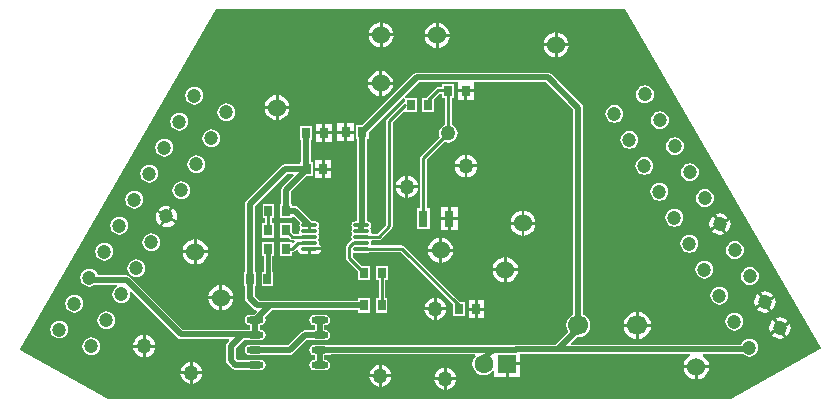
<source format=gtl>
%FSLAX44Y44*%
%MOMM*%
G71*
G01*
G75*
G04 Layer_Physical_Order=1*
G04 Layer_Color=255*
%ADD10R,0.7000X0.9000*%
%ADD11R,0.8000X1.4000*%
%ADD12O,1.4000X0.3500*%
%ADD13R,0.8000X0.9000*%
%ADD14O,1.4500X0.6000*%
%ADD15C,0.5000*%
%ADD16C,0.2540*%
%ADD17C,0.2500*%
%ADD18C,0.4000*%
%ADD19C,1.5240*%
%ADD20C,1.6000*%
%ADD21R,1.6000X1.6000*%
%ADD22C,1.7000*%
%ADD23C,1.2000*%
%ADD24C,1.2700*%
G36*
X712700Y68557D02*
X712362Y67333D01*
X636507Y25000D01*
X109800D01*
X35231Y66616D01*
X34894Y67840D01*
X200728Y355300D01*
X547133D01*
X712700Y68557D01*
D02*
G37*
%LPC*%
G36*
X206250Y121547D02*
Y112250D01*
X215547D01*
X215347Y113772D01*
X214277Y116356D01*
X212574Y118574D01*
X210356Y120277D01*
X207772Y121347D01*
X206250Y121547D01*
D02*
G37*
G36*
X249976Y158146D02*
X239976D01*
Y146146D01*
X241407D01*
Y133000D01*
X239362D01*
Y121000D01*
X249362D01*
Y133000D01*
X248545D01*
Y146146D01*
X249976D01*
Y158146D01*
D02*
G37*
G36*
X665541Y116368D02*
X663192Y116059D01*
X662167Y115634D01*
X665999Y108998D01*
X672635Y112830D01*
X671960Y113709D01*
X670080Y115152D01*
X667891Y116059D01*
X665541Y116368D01*
D02*
G37*
G36*
X203750Y121547D02*
X202228Y121347D01*
X199644Y120277D01*
X197426Y118574D01*
X195723Y116356D01*
X194653Y113772D01*
X194453Y112250D01*
X203750D01*
Y121547D01*
D02*
G37*
G36*
X652841Y136852D02*
X650883Y136594D01*
X649059Y135839D01*
X647492Y134637D01*
X646290Y133070D01*
X645534Y131245D01*
X645277Y129288D01*
X645534Y127330D01*
X646290Y125505D01*
X647492Y123939D01*
X649059Y122736D01*
X650883Y121981D01*
X652841Y121723D01*
X654799Y121981D01*
X656624Y122736D01*
X658190Y123939D01*
X659393Y125505D01*
X660148Y127330D01*
X660406Y129288D01*
X660148Y131245D01*
X659393Y133070D01*
X658190Y134637D01*
X656624Y135839D01*
X654799Y136594D01*
X652841Y136852D01*
D02*
G37*
G36*
X614304Y142200D02*
X612346Y141942D01*
X610522Y141187D01*
X608955Y139985D01*
X607753Y138418D01*
X606997Y136593D01*
X606740Y134635D01*
X606997Y132678D01*
X607753Y130853D01*
X608955Y129286D01*
X610522Y128084D01*
X612346Y127329D01*
X614304Y127071D01*
X616262Y127329D01*
X618087Y128084D01*
X619653Y129286D01*
X620856Y130853D01*
X621611Y132678D01*
X621869Y134635D01*
X621611Y136593D01*
X620856Y138418D01*
X619653Y139985D01*
X618087Y141187D01*
X616262Y141942D01*
X614304Y142200D01*
D02*
G37*
G36*
X133456Y143413D02*
X131498Y143155D01*
X129673Y142399D01*
X128107Y141197D01*
X126904Y139630D01*
X126149Y137806D01*
X125891Y135848D01*
X126149Y133890D01*
X126904Y132066D01*
X128107Y130499D01*
X129673Y129297D01*
X131498Y128541D01*
X133456Y128283D01*
X135414Y128541D01*
X137238Y129297D01*
X138805Y130499D01*
X140007Y132066D01*
X140763Y133890D01*
X141020Y135848D01*
X140763Y137806D01*
X140007Y139630D01*
X138805Y141197D01*
X137238Y142399D01*
X135414Y143155D01*
X133456Y143413D01*
D02*
G37*
G36*
X444520Y133370D02*
X435223D01*
X435423Y131848D01*
X436493Y129264D01*
X438196Y127046D01*
X440414Y125343D01*
X442998Y124273D01*
X444520Y124073D01*
Y133370D01*
D02*
G37*
G36*
X456317D02*
X447020D01*
Y124073D01*
X448542Y124273D01*
X451126Y125343D01*
X453344Y127046D01*
X455047Y129264D01*
X456117Y131848D01*
X456317Y133370D01*
D02*
G37*
G36*
X627004Y120203D02*
X625047Y119945D01*
X623222Y119190D01*
X621655Y117987D01*
X620453Y116421D01*
X619697Y114596D01*
X619440Y112639D01*
X619697Y110681D01*
X620453Y108856D01*
X621655Y107289D01*
X623222Y106087D01*
X625047Y105331D01*
X627004Y105074D01*
X628962Y105331D01*
X630787Y106087D01*
X632353Y107289D01*
X633556Y108856D01*
X634311Y110681D01*
X634569Y112638D01*
X634311Y114596D01*
X633556Y116421D01*
X632353Y117987D01*
X630787Y119190D01*
X628962Y119945D01*
X627004Y120203D01*
D02*
G37*
G36*
X203750Y109750D02*
X194453D01*
X194653Y108228D01*
X195723Y105644D01*
X197426Y103426D01*
X199644Y101723D01*
X202228Y100653D01*
X203750Y100453D01*
Y109750D01*
D02*
G37*
G36*
X215547D02*
X206250D01*
Y100453D01*
X207772Y100653D01*
X210356Y101723D01*
X212574Y103426D01*
X214277Y105644D01*
X215347Y108228D01*
X215547Y109750D01*
D02*
G37*
G36*
X80769Y113556D02*
X78811Y113298D01*
X76986Y112543D01*
X75420Y111340D01*
X74218Y109774D01*
X73462Y107949D01*
X73204Y105991D01*
X73462Y104033D01*
X74217Y102209D01*
X75420Y100642D01*
X76986Y99440D01*
X78811Y98685D01*
X80769Y98427D01*
X82727Y98685D01*
X84551Y99440D01*
X86118Y100642D01*
X87320Y102209D01*
X88076Y104033D01*
X88333Y105991D01*
X88076Y107949D01*
X87320Y109774D01*
X86118Y111341D01*
X84551Y112543D01*
X82727Y113298D01*
X80769Y113556D01*
D02*
G37*
G36*
X673885Y110665D02*
X667249Y106833D01*
X671080Y100197D01*
X671960Y100872D01*
X673403Y102752D01*
X674310Y104941D01*
X674619Y107290D01*
X674310Y109640D01*
X673885Y110665D01*
D02*
G37*
G36*
X420016Y108846D02*
X414766D01*
Y102596D01*
X420016D01*
Y108846D01*
D02*
G37*
G36*
X387838Y110866D02*
Y102850D01*
X395854D01*
X395697Y104041D01*
X394755Y106315D01*
X393256Y108268D01*
X391303Y109767D01*
X389029Y110709D01*
X387838Y110866D01*
D02*
G37*
G36*
X660002Y114384D02*
X659122Y113709D01*
X657680Y111829D01*
X656773Y109640D01*
X656464Y107290D01*
X656773Y104941D01*
X657197Y103917D01*
X663834Y107748D01*
X660002Y114384D01*
D02*
G37*
G36*
X427766Y108846D02*
X422516D01*
Y102596D01*
X427766D01*
Y108846D01*
D02*
G37*
G36*
X385338Y110866D02*
X384147Y110709D01*
X381873Y109767D01*
X379920Y108268D01*
X378421Y106315D01*
X377479Y104041D01*
X377322Y102850D01*
X385338D01*
Y110866D01*
D02*
G37*
G36*
X184638Y160407D02*
Y151110D01*
X193935D01*
X193735Y152632D01*
X192665Y155216D01*
X190962Y157434D01*
X188744Y159137D01*
X186160Y160207D01*
X184638Y160407D01*
D02*
G37*
G36*
X389656Y161677D02*
X388134Y161477D01*
X385550Y160407D01*
X383332Y158704D01*
X381629Y156486D01*
X380559Y153902D01*
X380359Y152380D01*
X389656D01*
Y161677D01*
D02*
G37*
G36*
X146156Y165410D02*
X144198Y165152D01*
X142373Y164396D01*
X140807Y163194D01*
X139604Y161627D01*
X138849Y159803D01*
X138591Y157845D01*
X138849Y155887D01*
X139604Y154063D01*
X140807Y152496D01*
X142373Y151294D01*
X144198Y150538D01*
X146156Y150280D01*
X148113Y150538D01*
X149938Y151294D01*
X151505Y152496D01*
X152707Y154063D01*
X153463Y155887D01*
X153720Y157845D01*
X153463Y159803D01*
X152707Y161627D01*
X151505Y163194D01*
X149938Y164396D01*
X148113Y165152D01*
X146156Y165410D01*
D02*
G37*
G36*
X182138Y160407D02*
X180616Y160207D01*
X178032Y159137D01*
X175814Y157434D01*
X174111Y155216D01*
X173041Y152632D01*
X172841Y151110D01*
X182138D01*
Y160407D01*
D02*
G37*
G36*
X392156Y161677D02*
Y152380D01*
X401453D01*
X401253Y153902D01*
X400183Y156486D01*
X398480Y158704D01*
X396262Y160407D01*
X393678Y161477D01*
X392156Y161677D01*
D02*
G37*
G36*
X471303Y172740D02*
X462006D01*
Y163443D01*
X463528Y163643D01*
X466112Y164713D01*
X468330Y166416D01*
X470033Y168634D01*
X471103Y171218D01*
X471303Y172740D01*
D02*
G37*
G36*
X626984Y171574D02*
X620347Y167743D01*
X621022Y166863D01*
X622902Y165420D01*
X625092Y164513D01*
X627441Y164204D01*
X629791Y164513D01*
X630815Y164938D01*
X626984Y171574D01*
D02*
G37*
G36*
X250230Y190404D02*
X240230D01*
Y178404D01*
X242406D01*
Y173894D01*
X240096D01*
Y161894D01*
X250096D01*
Y173894D01*
X248054D01*
Y178404D01*
X250230D01*
Y190404D01*
D02*
G37*
G36*
X459506Y172740D02*
X450209D01*
X450409Y171218D01*
X451479Y168634D01*
X453182Y166416D01*
X455400Y164713D01*
X457984Y163643D01*
X459506Y163443D01*
Y172740D01*
D02*
G37*
G36*
X601604Y164197D02*
X599646Y163939D01*
X597822Y163184D01*
X596255Y161982D01*
X595053Y160415D01*
X594297Y158590D01*
X594040Y156632D01*
X594297Y154675D01*
X595053Y152850D01*
X596255Y151284D01*
X597822Y150081D01*
X599646Y149326D01*
X601604Y149068D01*
X603562Y149326D01*
X605387Y150081D01*
X606953Y151284D01*
X608156Y152850D01*
X608911Y154675D01*
X609169Y156632D01*
X608911Y158590D01*
X608156Y160415D01*
X606953Y161982D01*
X605387Y163184D01*
X603562Y163939D01*
X601604Y164197D01*
D02*
G37*
G36*
X182138Y148610D02*
X172841D01*
X173041Y147088D01*
X174111Y144504D01*
X175814Y142286D01*
X178032Y140583D01*
X180616Y139513D01*
X182138Y139313D01*
Y148610D01*
D02*
G37*
G36*
X193935D02*
X184638D01*
Y139313D01*
X186160Y139513D01*
X188744Y140583D01*
X190962Y142286D01*
X192665Y144504D01*
X193735Y147088D01*
X193935Y148610D01*
D02*
G37*
G36*
X444520Y145167D02*
X442998Y144967D01*
X440414Y143897D01*
X438196Y142194D01*
X436493Y139976D01*
X435423Y137392D01*
X435223Y135870D01*
X444520D01*
Y145167D01*
D02*
G37*
G36*
X447020D02*
Y135870D01*
X456317D01*
X456117Y137392D01*
X455047Y139976D01*
X453344Y142194D01*
X451126Y143897D01*
X448542Y144967D01*
X447020Y145167D01*
D02*
G37*
G36*
X389656Y149880D02*
X380359D01*
X380559Y148358D01*
X381629Y145774D01*
X383332Y143556D01*
X385550Y141853D01*
X388134Y140783D01*
X389656Y140583D01*
Y149880D01*
D02*
G37*
G36*
X640141Y158849D02*
X638184Y158591D01*
X636359Y157836D01*
X634792Y156634D01*
X633590Y155067D01*
X632834Y153243D01*
X632577Y151285D01*
X632834Y149327D01*
X633590Y147502D01*
X634792Y145935D01*
X636359Y144733D01*
X638184Y143978D01*
X640141Y143720D01*
X642099Y143978D01*
X643924Y144733D01*
X645490Y145935D01*
X646693Y147502D01*
X647448Y149327D01*
X647706Y151285D01*
X647448Y153243D01*
X646693Y155067D01*
X645490Y156634D01*
X643924Y157836D01*
X642099Y158591D01*
X640141Y158849D01*
D02*
G37*
G36*
X289704Y151164D02*
X281110D01*
Y147571D01*
X285110D01*
X286963Y147940D01*
X288535Y148989D01*
X289584Y150561D01*
X289704Y151164D01*
D02*
G37*
G36*
X401453Y149880D02*
X392156D01*
Y140583D01*
X393678Y140783D01*
X396262Y141853D01*
X398480Y143556D01*
X400183Y145774D01*
X401253Y148358D01*
X401453Y149880D01*
D02*
G37*
G36*
X106169Y157550D02*
X104211Y157292D01*
X102386Y156537D01*
X100820Y155335D01*
X99618Y153768D01*
X98862Y151943D01*
X98604Y149986D01*
X98862Y148028D01*
X99617Y146203D01*
X100820Y144636D01*
X102386Y143434D01*
X104211Y142678D01*
X106169Y142421D01*
X108127Y142678D01*
X109951Y143434D01*
X111518Y144636D01*
X112720Y146203D01*
X113476Y148028D01*
X113733Y149986D01*
X113476Y151943D01*
X112720Y153768D01*
X111518Y155335D01*
X109951Y156537D01*
X108127Y157292D01*
X106169Y157550D01*
D02*
G37*
G36*
X346364Y137934D02*
X336364D01*
Y125934D01*
X338540D01*
Y110394D01*
X336002D01*
Y98394D01*
X346002D01*
Y110394D01*
X344188D01*
Y125934D01*
X346364D01*
Y137934D01*
D02*
G37*
G36*
X341250Y54266D02*
Y46250D01*
X349266D01*
X349109Y47441D01*
X348167Y49715D01*
X346669Y51669D01*
X344715Y53167D01*
X342441Y54109D01*
X341250Y54266D01*
D02*
G37*
G36*
X178750Y56766D02*
X177559Y56609D01*
X175285Y55667D01*
X173332Y54169D01*
X171833Y52215D01*
X170891Y49941D01*
X170734Y48750D01*
X178750D01*
Y56766D01*
D02*
G37*
G36*
X458500Y53750D02*
X448750D01*
Y44000D01*
X458500D01*
Y53750D01*
D02*
G37*
G36*
X338750Y54266D02*
X337559Y54109D01*
X335285Y53167D01*
X333331Y51669D01*
X331833Y49715D01*
X330891Y47441D01*
X330734Y46250D01*
X338750D01*
Y54266D01*
D02*
G37*
G36*
X181250Y56766D02*
Y48750D01*
X189266D01*
X189109Y49941D01*
X188167Y52215D01*
X186668Y54169D01*
X184715Y55667D01*
X182441Y56609D01*
X181250Y56766D01*
D02*
G37*
G36*
X95356Y77421D02*
X93398Y77164D01*
X91573Y76408D01*
X90007Y75206D01*
X88804Y73639D01*
X88049Y71815D01*
X87791Y69857D01*
X88049Y67899D01*
X88804Y66074D01*
X90007Y64508D01*
X91573Y63306D01*
X93398Y62550D01*
X95356Y62292D01*
X97313Y62550D01*
X99138Y63306D01*
X100705Y64508D01*
X101907Y66074D01*
X102663Y67899D01*
X102920Y69857D01*
X102663Y71815D01*
X101907Y73639D01*
X100705Y75206D01*
X99138Y76408D01*
X97313Y77164D01*
X95356Y77421D01*
D02*
G37*
G36*
X138750Y79266D02*
X137559Y79109D01*
X135285Y78167D01*
X133331Y76669D01*
X131833Y74715D01*
X130891Y72441D01*
X130734Y71250D01*
X138750D01*
Y79266D01*
D02*
G37*
G36*
Y68750D02*
X130734D01*
X130891Y67559D01*
X131833Y65285D01*
X133331Y63331D01*
X135285Y61833D01*
X137559Y60891D01*
X138750Y60734D01*
Y68750D01*
D02*
G37*
G36*
X149266D02*
X141250D01*
Y60734D01*
X142441Y60891D01*
X144715Y61833D01*
X146669Y63331D01*
X148167Y65285D01*
X149109Y67559D01*
X149266Y68750D01*
D02*
G37*
G36*
X396250Y51766D02*
Y43750D01*
X404266D01*
X404109Y44941D01*
X403167Y47215D01*
X401669Y49169D01*
X399715Y50667D01*
X397441Y51609D01*
X396250Y51766D01*
D02*
G37*
G36*
X338750Y43750D02*
X330734D01*
X330891Y42559D01*
X331833Y40285D01*
X333331Y38331D01*
X335285Y36833D01*
X337559Y35891D01*
X338750Y35734D01*
Y43750D01*
D02*
G37*
G36*
X349266D02*
X341250D01*
Y35734D01*
X342441Y35891D01*
X344715Y36833D01*
X346669Y38331D01*
X348167Y40285D01*
X349109Y42559D01*
X349266Y43750D01*
D02*
G37*
G36*
X393750Y41250D02*
X385734D01*
X385891Y40059D01*
X386833Y37785D01*
X388331Y35831D01*
X390285Y34333D01*
X392559Y33391D01*
X393750Y33234D01*
Y41250D01*
D02*
G37*
G36*
X404266D02*
X396250D01*
Y33234D01*
X397441Y33391D01*
X399715Y34333D01*
X401669Y35831D01*
X403167Y37785D01*
X404109Y40059D01*
X404266Y41250D01*
D02*
G37*
G36*
X178750Y46250D02*
X170734D01*
X170891Y45059D01*
X171833Y42785D01*
X173332Y40831D01*
X175285Y39333D01*
X177559Y38391D01*
X178750Y38234D01*
Y46250D01*
D02*
G37*
G36*
X618047Y51250D02*
X608750D01*
Y41953D01*
X610272Y42153D01*
X612856Y43223D01*
X615074Y44926D01*
X616777Y47144D01*
X617847Y49728D01*
X618047Y51250D01*
D02*
G37*
G36*
X393750Y51766D02*
X392559Y51609D01*
X390285Y50667D01*
X388331Y49169D01*
X386833Y47215D01*
X385891Y44941D01*
X385734Y43750D01*
X393750D01*
Y51766D01*
D02*
G37*
G36*
X189266Y46250D02*
X181250D01*
Y38234D01*
X182441Y38391D01*
X184715Y39333D01*
X186668Y40831D01*
X188167Y42785D01*
X189109Y45059D01*
X189266Y46250D01*
D02*
G37*
G36*
X606250Y51250D02*
X596953D01*
X597153Y49728D01*
X598223Y47144D01*
X599926Y44926D01*
X602144Y43223D01*
X604728Y42153D01*
X606250Y41953D01*
Y51250D01*
D02*
G37*
G36*
X556250Y98935D02*
X554498Y98704D01*
X551700Y97545D01*
X549298Y95702D01*
X547455Y93300D01*
X546296Y90502D01*
X546065Y88750D01*
X556250D01*
Y98935D01*
D02*
G37*
G36*
X558750D02*
Y88750D01*
X568935D01*
X568704Y90502D01*
X567545Y93300D01*
X565702Y95702D01*
X563300Y97545D01*
X560502Y98704D01*
X558750Y98935D01*
D02*
G37*
G36*
X108056Y99418D02*
X106098Y99161D01*
X104273Y98405D01*
X102707Y97203D01*
X101504Y95636D01*
X100749Y93812D01*
X100491Y91854D01*
X100749Y89896D01*
X101504Y88071D01*
X102707Y86505D01*
X104273Y85303D01*
X106098Y84547D01*
X108056Y84289D01*
X110014Y84547D01*
X111838Y85303D01*
X113405Y86505D01*
X114607Y88071D01*
X115363Y89896D01*
X115620Y91854D01*
X115363Y93812D01*
X114607Y95636D01*
X113405Y97203D01*
X111838Y98405D01*
X110014Y99161D01*
X108056Y99418D01*
D02*
G37*
G36*
X678241Y94371D02*
X675892Y94062D01*
X674867Y93637D01*
X678699Y87001D01*
X685335Y90833D01*
X684660Y91712D01*
X682780Y93155D01*
X680591Y94062D01*
X678241Y94371D01*
D02*
G37*
G36*
X385338Y100350D02*
X377322D01*
X377479Y99159D01*
X378421Y96885D01*
X379920Y94931D01*
X381873Y93433D01*
X384147Y92491D01*
X385338Y92334D01*
Y100350D01*
D02*
G37*
G36*
X427766Y100096D02*
X422516D01*
Y93846D01*
X427766D01*
Y100096D01*
D02*
G37*
G36*
X665084Y105583D02*
X658447Y101751D01*
X659122Y100872D01*
X661003Y99429D01*
X663192Y98522D01*
X665541Y98213D01*
X667891Y98522D01*
X668915Y98947D01*
X665084Y105583D01*
D02*
G37*
G36*
X395854Y100350D02*
X387838D01*
Y92334D01*
X389029Y92491D01*
X391303Y93433D01*
X393256Y94931D01*
X394755Y96885D01*
X395697Y99159D01*
X395854Y100350D01*
D02*
G37*
G36*
X420016Y100096D02*
X414766D01*
Y93846D01*
X420016D01*
Y100096D01*
D02*
G37*
G36*
X292750Y96638D02*
X284250D01*
X282494Y96289D01*
X281006Y95294D01*
X280011Y93806D01*
X279662Y92050D01*
X280011Y90294D01*
X281006Y88806D01*
X282494Y87811D01*
X284250Y87462D01*
X284422D01*
Y83938D01*
X284250D01*
X282494Y83589D01*
X282254Y83428D01*
X276100D01*
X276100Y83428D01*
X274798Y83169D01*
X274539Y83118D01*
X273216Y82234D01*
X273216Y82234D01*
X261711Y70728D01*
X240246D01*
X240006Y70889D01*
X238250Y71238D01*
X229750D01*
X227994Y70889D01*
X226506Y69894D01*
X225511Y68406D01*
X225162Y66650D01*
X225511Y64894D01*
X226506Y63406D01*
X227994Y62411D01*
X229750Y62062D01*
X238250D01*
X240006Y62411D01*
X240246Y62572D01*
X263400D01*
X263400Y62572D01*
X264702Y62831D01*
X264961Y62882D01*
X266284Y63766D01*
X277789Y75272D01*
X282254D01*
X282494Y75111D01*
X284250Y74762D01*
X292750D01*
X294506Y75111D01*
X295994Y76106D01*
X296989Y77594D01*
X297338Y79350D01*
X296989Y81106D01*
X295994Y82594D01*
X294506Y83589D01*
X292750Y83938D01*
X292578D01*
Y87462D01*
X292750D01*
X294506Y87811D01*
X295994Y88806D01*
X296989Y90294D01*
X297338Y92050D01*
X296989Y93806D01*
X295994Y95294D01*
X294506Y96289D01*
X292750Y96638D01*
D02*
G37*
G36*
X568935Y86250D02*
X558750D01*
Y76065D01*
X560502Y76296D01*
X563300Y77455D01*
X565702Y79298D01*
X567545Y81700D01*
X568704Y84498D01*
X568935Y86250D01*
D02*
G37*
G36*
X677784Y83586D02*
X671147Y79754D01*
X671823Y78875D01*
X673703Y77432D01*
X675892Y76525D01*
X678241Y76216D01*
X680591Y76525D01*
X681615Y76950D01*
X677784Y83586D01*
D02*
G37*
G36*
X141250Y79266D02*
Y71250D01*
X149266D01*
X149109Y72441D01*
X148167Y74715D01*
X146669Y76669D01*
X144715Y78167D01*
X142441Y79109D01*
X141250Y79266D01*
D02*
G37*
G36*
X556250Y86250D02*
X546065D01*
X546296Y84498D01*
X547455Y81700D01*
X549298Y79298D01*
X551700Y77455D01*
X554498Y76296D01*
X556250Y76065D01*
Y86250D01*
D02*
G37*
G36*
X68069Y91559D02*
X66111Y91301D01*
X64286Y90546D01*
X62720Y89343D01*
X61518Y87777D01*
X60762Y85952D01*
X60504Y83994D01*
X60762Y82037D01*
X61517Y80212D01*
X62720Y78645D01*
X64286Y77443D01*
X66111Y76687D01*
X68069Y76430D01*
X70027Y76687D01*
X71851Y77443D01*
X73418Y78645D01*
X74620Y80212D01*
X75376Y82036D01*
X75633Y83994D01*
X75376Y85952D01*
X74620Y87777D01*
X73418Y89343D01*
X71851Y90546D01*
X70027Y91301D01*
X68069Y91559D01*
D02*
G37*
G36*
X672702Y92387D02*
X671823Y91712D01*
X670380Y89832D01*
X669473Y87643D01*
X669164Y85294D01*
X669473Y82944D01*
X669897Y81919D01*
X676534Y85751D01*
X672702Y92387D01*
D02*
G37*
G36*
X639704Y98206D02*
X637747Y97948D01*
X635922Y97193D01*
X634355Y95990D01*
X633153Y94424D01*
X632397Y92599D01*
X632140Y90641D01*
X632397Y88684D01*
X633153Y86859D01*
X634355Y85292D01*
X635922Y84090D01*
X637747Y83335D01*
X639704Y83077D01*
X641662Y83335D01*
X643487Y84090D01*
X645053Y85292D01*
X646256Y86859D01*
X647011Y88684D01*
X647269Y90641D01*
X647011Y92599D01*
X646256Y94424D01*
X645053Y95990D01*
X643487Y97193D01*
X641662Y97948D01*
X639704Y98206D01*
D02*
G37*
G36*
X481758Y301512D02*
X481758Y301512D01*
X371027D01*
X369466Y301202D01*
X368143Y300318D01*
X368143Y300318D01*
X324825Y257000D01*
X319000D01*
Y245000D01*
X320422D01*
Y175728D01*
X318610D01*
X317342Y175475D01*
X316267Y174757D01*
X315549Y173682D01*
X315296Y172414D01*
X315549Y171146D01*
X316267Y170071D01*
Y169757D01*
X315549Y168682D01*
X315296Y167414D01*
X315549Y166146D01*
X316267Y165071D01*
Y164757D01*
X315549Y163682D01*
X315296Y162414D01*
X315549Y161146D01*
X315597Y161074D01*
X315669Y160933D01*
X315221Y159411D01*
X315221Y159411D01*
X311753Y155943D01*
X311141Y155027D01*
X310926Y153946D01*
X310926Y153946D01*
Y144548D01*
X310926Y144548D01*
X311141Y143467D01*
X311753Y142551D01*
X321364Y132940D01*
Y125934D01*
X331364D01*
Y137934D01*
X324358D01*
X316574Y145718D01*
Y148454D01*
X317844Y149253D01*
X318610Y149100D01*
X329110D01*
X330378Y149353D01*
X330733Y149590D01*
X357166D01*
X401266Y105490D01*
Y95346D01*
X411266D01*
Y107346D01*
X407398D01*
X360333Y154411D01*
X359417Y155023D01*
X358336Y155238D01*
X358336Y155238D01*
X332976D01*
X332243Y156508D01*
X332424Y157414D01*
X332243Y158320D01*
X332976Y159590D01*
X338414D01*
X338414Y159590D01*
X339495Y159805D01*
X340411Y160417D01*
X349497Y169503D01*
X349497Y169503D01*
X350109Y170419D01*
X350324Y171500D01*
X350324Y171500D01*
Y259080D01*
X359460Y268216D01*
X360626Y268066D01*
Y268066D01*
X360626Y268066D01*
X370626D01*
Y280066D01*
X361689D01*
X361688Y280066D01*
X361649D01*
X361325Y280066D01*
X361223D01*
X361208Y280101D01*
X361178Y280174D01*
X361140Y280267D01*
X360958Y280707D01*
Y280707D01*
X360697Y281336D01*
X372716Y293356D01*
X405876D01*
Y287254D01*
X418876D01*
Y293356D01*
X480069D01*
X503422Y270003D01*
Y96635D01*
X502457Y96235D01*
X500368Y94632D01*
X498765Y92543D01*
X497757Y90111D01*
X497414Y87500D01*
X497757Y84889D01*
X498765Y82457D01*
X499095Y82027D01*
X488311Y71242D01*
X455000D01*
X455000Y71242D01*
X454175Y71078D01*
X296930D01*
X295369Y70768D01*
X295310Y70728D01*
X294746D01*
X294506Y70889D01*
X292750Y71238D01*
X284250D01*
X282494Y70889D01*
X281006Y69894D01*
X280011Y68406D01*
X279662Y66650D01*
X280011Y64894D01*
X281006Y63406D01*
X282494Y62411D01*
X284250Y62062D01*
X284422D01*
Y58538D01*
X284250D01*
X282494Y58189D01*
X281006Y57194D01*
X280011Y55706D01*
X279662Y53950D01*
X280011Y52194D01*
X281006Y50706D01*
X282494Y49711D01*
X284250Y49362D01*
X292750D01*
X294506Y49711D01*
X295994Y50706D01*
X296989Y52194D01*
X297338Y53950D01*
X296989Y55706D01*
X295994Y57194D01*
X294506Y58189D01*
X292750Y58538D01*
X292578D01*
Y62062D01*
X292750D01*
X294506Y62411D01*
X294746Y62572D01*
X296580D01*
X296580Y62572D01*
X297882Y62831D01*
X298141Y62882D01*
X298200Y62922D01*
X420335D01*
X420408Y62708D01*
X420630Y61652D01*
X419202Y59791D01*
X418245Y57480D01*
X417918Y55000D01*
X418245Y52520D01*
X419202Y50209D01*
X420724Y48225D01*
X422709Y46702D01*
X425020Y45745D01*
X427500Y45418D01*
X429980Y45745D01*
X432291Y46702D01*
X434275Y48225D01*
X435230Y49469D01*
X436500Y49037D01*
Y44000D01*
X446250D01*
Y55000D01*
X447500D01*
Y56250D01*
X458500D01*
Y63086D01*
X490000D01*
X490000Y63086D01*
X490000Y63086D01*
X601986D01*
X602239Y61816D01*
X602144Y61777D01*
X599926Y60074D01*
X598223Y57856D01*
X597153Y55272D01*
X596953Y53750D01*
X618047D01*
X617847Y55272D01*
X616777Y57856D01*
X615074Y60074D01*
X612856Y61777D01*
X612761Y61816D01*
X613014Y63086D01*
X647329D01*
X648622Y62093D01*
X650446Y61337D01*
X652404Y61080D01*
X654362Y61337D01*
X656187Y62093D01*
X657753Y63295D01*
X658956Y64862D01*
X659711Y66687D01*
X659969Y68644D01*
X659711Y70602D01*
X658956Y72427D01*
X657753Y73993D01*
X656187Y75196D01*
X654362Y75951D01*
X652404Y76209D01*
X650446Y75951D01*
X648622Y75196D01*
X647055Y73993D01*
X645853Y72427D01*
X645363Y71242D01*
X501505D01*
X501019Y72416D01*
X506190Y77586D01*
X507500Y77414D01*
X510111Y77757D01*
X512543Y78765D01*
X514632Y80368D01*
X516235Y82457D01*
X517243Y84889D01*
X517586Y87500D01*
X517243Y90111D01*
X516235Y92543D01*
X514632Y94632D01*
X512543Y96235D01*
X511578Y96635D01*
Y271692D01*
X511578Y271692D01*
X511319Y272994D01*
X511268Y273253D01*
X510384Y274576D01*
X484642Y300318D01*
X483319Y301202D01*
X483060Y301253D01*
X481758Y301512D01*
D02*
G37*
G36*
X686585Y88667D02*
X679949Y84836D01*
X683780Y78200D01*
X684660Y78875D01*
X686103Y80755D01*
X687010Y82944D01*
X687319Y85293D01*
X687010Y87643D01*
X686585Y88667D01*
D02*
G37*
G36*
X576641Y268834D02*
X574683Y268577D01*
X572859Y267821D01*
X571292Y266619D01*
X570090Y265052D01*
X569334Y263228D01*
X569077Y261270D01*
X569334Y259312D01*
X570090Y257487D01*
X571292Y255921D01*
X572859Y254719D01*
X574683Y253963D01*
X576641Y253705D01*
X578599Y253963D01*
X580424Y254719D01*
X581990Y255921D01*
X583193Y257487D01*
X583948Y259312D01*
X584206Y261270D01*
X583948Y263228D01*
X583193Y265052D01*
X581990Y266619D01*
X580424Y267821D01*
X578599Y268577D01*
X576641Y268834D01*
D02*
G37*
G36*
X538104Y274182D02*
X536147Y273925D01*
X534322Y273169D01*
X532755Y271967D01*
X531553Y270400D01*
X530797Y268576D01*
X530540Y266618D01*
X530797Y264660D01*
X531553Y262835D01*
X532755Y261269D01*
X534322Y260067D01*
X536147Y259311D01*
X538104Y259053D01*
X540062Y259311D01*
X541887Y260067D01*
X543453Y261269D01*
X544656Y262835D01*
X545411Y264660D01*
X545669Y266618D01*
X545411Y268576D01*
X544656Y270400D01*
X543453Y271967D01*
X541887Y273169D01*
X540062Y273925D01*
X538104Y274182D01*
D02*
G37*
G36*
X317500Y258500D02*
X311750D01*
Y252250D01*
X317500D01*
Y258500D01*
D02*
G37*
G36*
X169669Y267535D02*
X167711Y267278D01*
X165886Y266522D01*
X164320Y265320D01*
X163118Y263753D01*
X162362Y261929D01*
X162104Y259971D01*
X162362Y258013D01*
X163117Y256188D01*
X164320Y254622D01*
X165886Y253419D01*
X167711Y252664D01*
X169669Y252406D01*
X171627Y252664D01*
X173451Y253419D01*
X175018Y254622D01*
X176220Y256188D01*
X176976Y258013D01*
X177233Y259971D01*
X176976Y261929D01*
X176220Y263753D01*
X175018Y265320D01*
X173451Y266522D01*
X171627Y267278D01*
X169669Y267535D01*
D02*
G37*
G36*
X209656Y275395D02*
X207698Y275137D01*
X205873Y274381D01*
X204307Y273179D01*
X203104Y271612D01*
X202349Y269788D01*
X202091Y267830D01*
X202349Y265872D01*
X203104Y264048D01*
X204307Y262481D01*
X205873Y261279D01*
X207698Y260523D01*
X209656Y260266D01*
X211614Y260523D01*
X213438Y261279D01*
X215005Y262481D01*
X216207Y264048D01*
X216963Y265872D01*
X217220Y267830D01*
X216963Y269788D01*
X216207Y271612D01*
X215005Y273179D01*
X213438Y274381D01*
X211614Y275137D01*
X209656Y275395D01*
D02*
G37*
G36*
X251250Y282547D02*
X249728Y282347D01*
X247144Y281277D01*
X244926Y279574D01*
X243223Y277356D01*
X242153Y274772D01*
X241953Y273250D01*
X251250D01*
Y282547D01*
D02*
G37*
G36*
X253750D02*
Y273250D01*
X263047D01*
X262847Y274772D01*
X261777Y277356D01*
X260074Y279574D01*
X257856Y281277D01*
X255272Y282347D01*
X253750Y282547D01*
D02*
G37*
G36*
X251250Y270750D02*
X241953D01*
X242153Y269228D01*
X243223Y266644D01*
X244926Y264426D01*
X247144Y262723D01*
X249728Y261653D01*
X251250Y261453D01*
Y270750D01*
D02*
G37*
G36*
X263047D02*
X253750D01*
Y261453D01*
X255272Y261653D01*
X257856Y262723D01*
X260074Y264426D01*
X261777Y266644D01*
X262847Y269228D01*
X263047Y270750D01*
D02*
G37*
G36*
X309250Y258500D02*
X303500D01*
Y252250D01*
X309250D01*
Y258500D01*
D02*
G37*
G36*
X402376Y292004D02*
X392376D01*
Y289324D01*
X388750D01*
X387669Y289109D01*
X386753Y288497D01*
X386695Y288410D01*
X378643Y280359D01*
X378448Y280066D01*
X375626D01*
Y268066D01*
X385626D01*
Y279411D01*
X389891Y283676D01*
X392376D01*
Y280004D01*
X394676D01*
Y257577D01*
X393541Y257107D01*
X391901Y255849D01*
X390643Y254209D01*
X389852Y252299D01*
X389582Y250250D01*
X389852Y248201D01*
X390322Y247066D01*
X374503Y231247D01*
X373891Y230331D01*
X373676Y229250D01*
X373676Y229250D01*
Y186500D01*
X371000D01*
Y169500D01*
X382000D01*
Y186500D01*
X379324D01*
Y228080D01*
X394316Y243072D01*
X395451Y242602D01*
X397500Y242332D01*
X399549Y242602D01*
X401459Y243393D01*
X403099Y244651D01*
X404357Y246291D01*
X405148Y248201D01*
X405418Y250250D01*
X405148Y252299D01*
X404357Y254209D01*
X403099Y255849D01*
X401459Y257107D01*
X400324Y257577D01*
Y280004D01*
X402376D01*
Y292004D01*
D02*
G37*
G36*
X290984Y249448D02*
X285734D01*
Y243198D01*
X290984D01*
Y249448D01*
D02*
G37*
G36*
X550804Y252185D02*
X548847Y251928D01*
X547022Y251172D01*
X545455Y249970D01*
X544253Y248403D01*
X543497Y246579D01*
X543240Y244621D01*
X543497Y242663D01*
X544253Y240838D01*
X545455Y239272D01*
X547022Y238069D01*
X548847Y237314D01*
X550804Y237056D01*
X552762Y237314D01*
X554587Y238069D01*
X556153Y239272D01*
X557356Y240838D01*
X558111Y242663D01*
X558369Y244621D01*
X558111Y246579D01*
X557356Y248403D01*
X556153Y249970D01*
X554587Y251172D01*
X552762Y251928D01*
X550804Y252185D01*
D02*
G37*
G36*
X196956Y253398D02*
X194998Y253140D01*
X193173Y252384D01*
X191607Y251182D01*
X190404Y249615D01*
X189649Y247791D01*
X189391Y245833D01*
X189649Y243875D01*
X190404Y242051D01*
X191607Y240484D01*
X193173Y239282D01*
X194998Y238526D01*
X196956Y238268D01*
X198913Y238526D01*
X200738Y239282D01*
X202305Y240484D01*
X203507Y242051D01*
X204263Y243875D01*
X204520Y245833D01*
X204263Y247791D01*
X203507Y249615D01*
X202305Y251182D01*
X200738Y252384D01*
X198913Y253140D01*
X196956Y253398D01*
D02*
G37*
G36*
X298734Y249448D02*
X293484D01*
Y243198D01*
X298734D01*
Y249448D01*
D02*
G37*
G36*
X290984Y258198D02*
X285734D01*
Y251948D01*
X290984D01*
Y258198D01*
D02*
G37*
G36*
X298734D02*
X293484D01*
Y251948D01*
X298734D01*
Y258198D01*
D02*
G37*
G36*
X309250Y249750D02*
X303500D01*
Y243500D01*
X309250D01*
Y249750D01*
D02*
G37*
G36*
X317500D02*
X311750D01*
Y243500D01*
X317500D01*
Y249750D01*
D02*
G37*
G36*
X182369Y289533D02*
X180411Y289275D01*
X178586Y288519D01*
X177020Y287317D01*
X175818Y285750D01*
X175062Y283926D01*
X174804Y281968D01*
X175062Y280010D01*
X175817Y278185D01*
X177020Y276619D01*
X178586Y275417D01*
X180411Y274661D01*
X182369Y274403D01*
X184327Y274661D01*
X186151Y275417D01*
X187718Y276619D01*
X188920Y278185D01*
X189676Y280010D01*
X189933Y281968D01*
X189676Y283926D01*
X188920Y285750D01*
X187718Y287317D01*
X186151Y288519D01*
X184327Y289275D01*
X182369Y289533D01*
D02*
G37*
G36*
X351161Y332252D02*
X341864D01*
Y322955D01*
X343386Y323155D01*
X345970Y324225D01*
X348188Y325928D01*
X349891Y328146D01*
X350961Y330730D01*
X351161Y332252D01*
D02*
G37*
G36*
X487500Y335547D02*
X485978Y335347D01*
X483394Y334277D01*
X481176Y332574D01*
X479473Y330356D01*
X478403Y327772D01*
X478203Y326250D01*
X487500D01*
Y335547D01*
D02*
G37*
G36*
X398659Y331744D02*
X389362D01*
Y322447D01*
X390884Y322647D01*
X393468Y323717D01*
X395686Y325420D01*
X397389Y327638D01*
X398459Y330222D01*
X398659Y331744D01*
D02*
G37*
G36*
X339364Y332252D02*
X330067D01*
X330267Y330730D01*
X331337Y328146D01*
X333040Y325928D01*
X335258Y324225D01*
X337842Y323155D01*
X339364Y322955D01*
Y332252D01*
D02*
G37*
G36*
X490000Y335547D02*
Y326250D01*
X499297D01*
X499097Y327772D01*
X498027Y330356D01*
X496324Y332574D01*
X494106Y334277D01*
X491522Y335347D01*
X490000Y335547D01*
D02*
G37*
G36*
X339364Y344049D02*
X337842Y343849D01*
X335258Y342779D01*
X333040Y341076D01*
X331337Y338858D01*
X330267Y336274D01*
X330067Y334752D01*
X339364D01*
Y344049D01*
D02*
G37*
G36*
X341864D02*
Y334752D01*
X351161D01*
X350961Y336274D01*
X349891Y338858D01*
X348188Y341076D01*
X345970Y342779D01*
X343386Y343849D01*
X341864Y344049D01*
D02*
G37*
G36*
X386862Y343541D02*
X385340Y343341D01*
X382756Y342271D01*
X380538Y340568D01*
X378835Y338350D01*
X377765Y335766D01*
X377565Y334244D01*
X386862D01*
Y343541D01*
D02*
G37*
G36*
X389362D02*
Y334244D01*
X398659D01*
X398459Y335766D01*
X397389Y338350D01*
X395686Y340568D01*
X393468Y342271D01*
X390884Y343341D01*
X389362Y343541D01*
D02*
G37*
G36*
X386862Y331744D02*
X377565D01*
X377765Y330222D01*
X378835Y327638D01*
X380538Y325420D01*
X382756Y323717D01*
X385340Y322647D01*
X386862Y322447D01*
Y331744D01*
D02*
G37*
G36*
X418876Y284754D02*
X413626D01*
Y278504D01*
X418876D01*
Y284754D01*
D02*
G37*
G36*
X338856Y291104D02*
X329559D01*
X329759Y289582D01*
X330829Y286998D01*
X332532Y284780D01*
X334750Y283077D01*
X337334Y282007D01*
X338856Y281807D01*
Y291104D01*
D02*
G37*
G36*
X563941Y290832D02*
X561983Y290574D01*
X560159Y289818D01*
X558592Y288616D01*
X557390Y287049D01*
X556634Y285225D01*
X556377Y283267D01*
X556634Y281309D01*
X557390Y279485D01*
X558592Y277918D01*
X560159Y276716D01*
X561983Y275960D01*
X563941Y275702D01*
X565899Y275960D01*
X567724Y276716D01*
X569290Y277918D01*
X570493Y279485D01*
X571248Y281309D01*
X571506Y283267D01*
X571248Y285225D01*
X570493Y287049D01*
X569290Y288616D01*
X567724Y289818D01*
X565899Y290574D01*
X563941Y290832D01*
D02*
G37*
G36*
X411126Y284754D02*
X405876D01*
Y278504D01*
X411126D01*
Y284754D01*
D02*
G37*
G36*
X350653Y291104D02*
X341356D01*
Y281807D01*
X342878Y282007D01*
X345462Y283077D01*
X347680Y284780D01*
X349383Y286998D01*
X350453Y289582D01*
X350653Y291104D01*
D02*
G37*
G36*
X487500Y323750D02*
X478203D01*
X478403Y322228D01*
X479473Y319644D01*
X481176Y317426D01*
X483394Y315723D01*
X485978Y314653D01*
X487500Y314453D01*
Y323750D01*
D02*
G37*
G36*
X499297D02*
X490000D01*
Y314453D01*
X491522Y314653D01*
X494106Y315723D01*
X496324Y317426D01*
X498027Y319644D01*
X499097Y322228D01*
X499297Y323750D01*
D02*
G37*
G36*
X338856Y302901D02*
X337334Y302701D01*
X334750Y301631D01*
X332532Y299928D01*
X330829Y297710D01*
X329759Y295126D01*
X329559Y293604D01*
X338856D01*
Y302901D01*
D02*
G37*
G36*
X341356D02*
Y293604D01*
X350653D01*
X350453Y295126D01*
X349383Y297710D01*
X347680Y299928D01*
X345462Y301631D01*
X342878Y302701D01*
X341356Y302901D01*
D02*
G37*
G36*
X164395Y186936D02*
X160563Y180299D01*
X167200Y176468D01*
X167624Y177493D01*
X167933Y179842D01*
X167624Y182192D01*
X166717Y184381D01*
X165275Y186261D01*
X164395Y186936D01*
D02*
G37*
G36*
X397250Y188000D02*
X391500D01*
Y179250D01*
X397250D01*
Y188000D01*
D02*
G37*
G36*
X459506Y184537D02*
X457984Y184337D01*
X455400Y183267D01*
X453182Y181564D01*
X451479Y179346D01*
X450409Y176762D01*
X450209Y175240D01*
X459506D01*
Y184537D01*
D02*
G37*
G36*
X462006D02*
Y175240D01*
X471303D01*
X471103Y176762D01*
X470033Y179346D01*
X468330Y181564D01*
X466112Y183267D01*
X463528Y184337D01*
X462006Y184537D01*
D02*
G37*
G36*
X405500Y188000D02*
X399750D01*
Y179250D01*
X405500D01*
Y188000D01*
D02*
G37*
G36*
X614741Y202843D02*
X612784Y202586D01*
X610959Y201830D01*
X609392Y200628D01*
X608190Y199061D01*
X607434Y197237D01*
X607177Y195279D01*
X607434Y193321D01*
X608190Y191496D01*
X609392Y189930D01*
X610959Y188727D01*
X612784Y187972D01*
X614741Y187714D01*
X616699Y187972D01*
X618524Y188727D01*
X620090Y189930D01*
X621293Y191496D01*
X622048Y193321D01*
X622306Y195279D01*
X622048Y197237D01*
X621293Y199061D01*
X620090Y200628D01*
X618524Y201830D01*
X616699Y202586D01*
X614741Y202843D01*
D02*
G37*
G36*
X576204Y208191D02*
X574246Y207934D01*
X572422Y207178D01*
X570855Y205976D01*
X569653Y204409D01*
X568897Y202584D01*
X568640Y200627D01*
X568897Y198669D01*
X569653Y196844D01*
X570855Y195278D01*
X572422Y194075D01*
X574246Y193320D01*
X576204Y193062D01*
X578162Y193320D01*
X579987Y194075D01*
X581553Y195278D01*
X582756Y196844D01*
X583511Y198669D01*
X583769Y200627D01*
X583511Y202584D01*
X582756Y204409D01*
X581553Y205976D01*
X579987Y207178D01*
X578162Y207934D01*
X576204Y208191D01*
D02*
G37*
G36*
X158856Y188920D02*
X156506Y188610D01*
X154317Y187703D01*
X152437Y186261D01*
X151762Y185381D01*
X158398Y181549D01*
X162230Y188186D01*
X161205Y188610D01*
X158856Y188920D01*
D02*
G37*
G36*
X131569Y201544D02*
X129611Y201287D01*
X127786Y200531D01*
X126220Y199329D01*
X125017Y197762D01*
X124262Y195938D01*
X124004Y193980D01*
X124262Y192022D01*
X125017Y190197D01*
X126220Y188631D01*
X127786Y187428D01*
X129611Y186673D01*
X131569Y186415D01*
X133527Y186673D01*
X135351Y187428D01*
X136918Y188631D01*
X138120Y190197D01*
X138876Y192022D01*
X139133Y193980D01*
X138876Y195938D01*
X138120Y197762D01*
X136918Y199329D01*
X135351Y200531D01*
X133527Y201287D01*
X131569Y201544D01*
D02*
G37*
G36*
X627441Y182359D02*
X625092Y182050D01*
X624067Y181625D01*
X627899Y174989D01*
X634535Y178821D01*
X633860Y179701D01*
X631980Y181143D01*
X629791Y182050D01*
X627441Y182359D01*
D02*
G37*
G36*
X635785Y176656D02*
X629149Y172824D01*
X632980Y166188D01*
X633860Y166863D01*
X635303Y168743D01*
X636210Y170932D01*
X636519Y173282D01*
X636210Y175631D01*
X635785Y176656D01*
D02*
G37*
G36*
X397250Y176750D02*
X391500D01*
Y168000D01*
X397250D01*
Y176750D01*
D02*
G37*
G36*
X118869Y179547D02*
X116911Y179289D01*
X115086Y178534D01*
X113520Y177332D01*
X112317Y175765D01*
X111562Y173940D01*
X111304Y171982D01*
X111562Y170025D01*
X112317Y168200D01*
X113520Y166633D01*
X115086Y165431D01*
X116911Y164676D01*
X118869Y164418D01*
X120827Y164676D01*
X122651Y165431D01*
X124218Y166633D01*
X125420Y168200D01*
X126176Y170025D01*
X126433Y171983D01*
X126176Y173940D01*
X125420Y175765D01*
X124218Y177332D01*
X122651Y178534D01*
X120827Y179289D01*
X118869Y179547D01*
D02*
G37*
G36*
X282234Y256698D02*
X272234D01*
Y244698D01*
X273156D01*
Y225710D01*
X271980D01*
Y223788D01*
X259080D01*
X257519Y223478D01*
X256196Y222594D01*
X256196Y222594D01*
X226478Y192876D01*
X225594Y191553D01*
X225543Y191294D01*
X225284Y189992D01*
X225284Y189992D01*
Y133000D01*
X224362D01*
Y121000D01*
X225284D01*
Y110744D01*
X225284Y110744D01*
X225543Y109442D01*
X225594Y109183D01*
X226478Y107860D01*
X232828Y101510D01*
X234151Y100626D01*
X234410Y100575D01*
X234869Y100483D01*
X235287Y99105D01*
X232820Y96638D01*
X229750D01*
X227994Y96289D01*
X226506Y95294D01*
X225511Y93806D01*
X225162Y92050D01*
X225511Y90294D01*
X226506Y88806D01*
X227994Y87811D01*
X229750Y87462D01*
X229922D01*
Y83942D01*
X173031D01*
X128242Y128732D01*
X126919Y129616D01*
X126660Y129667D01*
X125358Y129926D01*
X125358Y129926D01*
X100778D01*
X100776Y129946D01*
X100020Y131771D01*
X98818Y133337D01*
X97251Y134540D01*
X95427Y135295D01*
X93469Y135553D01*
X91511Y135295D01*
X89686Y134540D01*
X88120Y133337D01*
X86917Y131771D01*
X86162Y129946D01*
X85904Y127988D01*
X86162Y126031D01*
X86917Y124206D01*
X88120Y122639D01*
X89686Y121437D01*
X91511Y120681D01*
X93469Y120424D01*
X95427Y120681D01*
X97251Y121437D01*
X97684Y121770D01*
X116956D01*
X117209Y120500D01*
X116973Y120402D01*
X115407Y119200D01*
X114204Y117633D01*
X113449Y115809D01*
X113191Y113851D01*
X113449Y111893D01*
X114204Y110069D01*
X115407Y108502D01*
X116973Y107300D01*
X118798Y106544D01*
X120756Y106286D01*
X122713Y106544D01*
X124538Y107300D01*
X126105Y108502D01*
X127307Y110069D01*
X128063Y111893D01*
X128320Y113851D01*
X128097Y115545D01*
X128773Y116047D01*
X129236Y116202D01*
X168458Y76980D01*
X169781Y76096D01*
X171342Y75786D01*
X171342Y75786D01*
X211615D01*
X212101Y74612D01*
X210472Y72984D01*
X209588Y71661D01*
X209537Y71402D01*
X209278Y70100D01*
X209278Y70100D01*
Y57908D01*
X209278Y57908D01*
X209537Y56606D01*
X209588Y56347D01*
X210472Y55024D01*
X214431Y51066D01*
X214431Y51066D01*
X215315Y50475D01*
X215754Y50182D01*
X217314Y49872D01*
X217314Y49872D01*
X227754D01*
X227994Y49711D01*
X229750Y49362D01*
X238250D01*
X240006Y49711D01*
X241494Y50706D01*
X242489Y52194D01*
X242838Y53950D01*
X242489Y55706D01*
X241494Y57194D01*
X240006Y58189D01*
X238250Y58538D01*
X229750D01*
X227994Y58189D01*
X227754Y58028D01*
X219004D01*
X217435Y59598D01*
Y68411D01*
X224295Y75272D01*
X227754D01*
X227994Y75111D01*
X229750Y74762D01*
X238250D01*
X240006Y75111D01*
X241494Y76106D01*
X242489Y77594D01*
X242838Y79350D01*
X242489Y81106D01*
X241494Y82594D01*
X240006Y83589D01*
X238250Y83938D01*
X238078D01*
Y87462D01*
X238250D01*
X240006Y87811D01*
X241494Y88806D01*
X242489Y90294D01*
X242838Y92050D01*
X242489Y93806D01*
X242102Y94384D01*
X248033Y100316D01*
X321002D01*
Y98394D01*
X331002D01*
Y110394D01*
X321002D01*
Y108472D01*
X246344D01*
X246344Y108472D01*
X246344Y108472D01*
X237401D01*
X233440Y112433D01*
Y121000D01*
X234362D01*
Y133000D01*
X233440D01*
Y188303D01*
X260769Y215632D01*
X265975D01*
X266461Y214458D01*
X257346Y205344D01*
X256462Y204021D01*
X256411Y203762D01*
X256152Y202460D01*
X256152Y202460D01*
Y190404D01*
X255230D01*
Y178404D01*
X265230D01*
Y179555D01*
X266500Y180006D01*
X272060Y174447D01*
X271549Y173682D01*
X271296Y172414D01*
X271549Y171146D01*
X272267Y170071D01*
Y169757D01*
X271549Y168682D01*
X271296Y167414D01*
X271481Y166488D01*
X270758Y165218D01*
X266737D01*
X265096Y166859D01*
Y173894D01*
X255096D01*
Y161894D01*
X262131D01*
X263593Y160431D01*
X264503Y159824D01*
X265576Y159610D01*
X266976D01*
X267502Y158340D01*
X266149Y156987D01*
X264976Y157473D01*
Y158146D01*
X254976D01*
Y146146D01*
X264976D01*
Y148128D01*
X265302Y149322D01*
X266383Y149537D01*
X267299Y150149D01*
X268653Y151503D01*
X270031Y151085D01*
X270136Y150561D01*
X271185Y148989D01*
X272757Y147940D01*
X274610Y147571D01*
X278610D01*
Y152414D01*
X279860D01*
Y153664D01*
X289704D01*
X289584Y154267D01*
X288535Y155839D01*
X288186Y156071D01*
X288171Y156146D01*
X288424Y157414D01*
X288171Y158682D01*
X287453Y159757D01*
Y160071D01*
X288171Y161146D01*
X288424Y162414D01*
X288171Y163682D01*
X287453Y164757D01*
Y165071D01*
X288171Y166146D01*
X288424Y167414D01*
X288171Y168682D01*
X287453Y169757D01*
Y170071D01*
X288171Y171146D01*
X288424Y172414D01*
X288171Y173682D01*
X287453Y174757D01*
X286378Y175475D01*
X285110Y175728D01*
X282314D01*
X270754Y187288D01*
X269431Y188172D01*
X269172Y188223D01*
X267870Y188482D01*
X267870Y188482D01*
X265230D01*
Y190404D01*
X264308D01*
Y200771D01*
X277248Y213710D01*
X282980D01*
Y225710D01*
X281312D01*
Y244698D01*
X282234D01*
Y256698D01*
D02*
G37*
G36*
X405500Y176750D02*
X399750D01*
Y168000D01*
X405500D01*
Y176750D01*
D02*
G37*
G36*
X588904Y186194D02*
X586946Y185937D01*
X585122Y185181D01*
X583555Y183979D01*
X582353Y182412D01*
X581597Y180587D01*
X581340Y178630D01*
X581597Y176672D01*
X582353Y174847D01*
X583555Y173281D01*
X585122Y172078D01*
X586946Y171323D01*
X588904Y171065D01*
X590862Y171323D01*
X592687Y172078D01*
X594253Y173281D01*
X595456Y174847D01*
X596211Y176672D01*
X596469Y178629D01*
X596211Y180588D01*
X595456Y182412D01*
X594253Y183979D01*
X592687Y185181D01*
X590862Y185937D01*
X588904Y186194D01*
D02*
G37*
G36*
X150512Y183216D02*
X150087Y182191D01*
X149778Y179842D01*
X150087Y177493D01*
X150994Y175303D01*
X152437Y173423D01*
X153317Y172748D01*
X157148Y179384D01*
X150512Y183216D01*
D02*
G37*
G36*
X621902Y180376D02*
X621022Y179701D01*
X619580Y177820D01*
X618673Y175631D01*
X618364Y173282D01*
X618673Y170932D01*
X619097Y169908D01*
X625734Y173739D01*
X621902Y180376D01*
D02*
G37*
G36*
X159313Y178134D02*
X155482Y171498D01*
X156506Y171074D01*
X158856Y170764D01*
X161205Y171074D01*
X163395Y171980D01*
X165275Y173423D01*
X165950Y174303D01*
X159313Y178134D01*
D02*
G37*
G36*
X184256Y231401D02*
X182298Y231143D01*
X180473Y230387D01*
X178907Y229185D01*
X177704Y227618D01*
X176949Y225794D01*
X176691Y223836D01*
X176949Y221878D01*
X177704Y220054D01*
X178907Y218487D01*
X180473Y217285D01*
X182298Y216529D01*
X184256Y216271D01*
X186213Y216529D01*
X188038Y217285D01*
X189605Y218487D01*
X190807Y220054D01*
X191563Y221878D01*
X191820Y223836D01*
X191563Y225794D01*
X190807Y227618D01*
X189605Y229185D01*
X188038Y230387D01*
X186213Y231143D01*
X184256Y231401D01*
D02*
G37*
G36*
X290230Y227210D02*
X284480D01*
Y220960D01*
X290230D01*
Y227210D01*
D02*
G37*
G36*
X421766Y221250D02*
X413750D01*
Y213234D01*
X414941Y213391D01*
X417215Y214333D01*
X419169Y215832D01*
X420667Y217785D01*
X421609Y220059D01*
X421766Y221250D01*
D02*
G37*
G36*
X563504Y230188D02*
X561547Y229931D01*
X559722Y229175D01*
X558155Y227973D01*
X556953Y226406D01*
X556197Y224582D01*
X555940Y222624D01*
X556197Y220666D01*
X556953Y218841D01*
X558155Y217275D01*
X559722Y216072D01*
X561547Y215317D01*
X563504Y215059D01*
X565462Y215317D01*
X567287Y216072D01*
X568853Y217275D01*
X570056Y218841D01*
X570811Y220666D01*
X571069Y222624D01*
X570811Y224582D01*
X570056Y226406D01*
X568853Y227973D01*
X567287Y229175D01*
X565462Y229931D01*
X563504Y230188D01*
D02*
G37*
G36*
X298480Y227210D02*
X292730D01*
Y220960D01*
X298480D01*
Y227210D01*
D02*
G37*
G36*
X156969Y245538D02*
X155011Y245281D01*
X153186Y244525D01*
X151620Y243323D01*
X150417Y241756D01*
X149662Y239932D01*
X149404Y237974D01*
X149662Y236016D01*
X150417Y234191D01*
X151620Y232625D01*
X153186Y231422D01*
X155011Y230667D01*
X156969Y230409D01*
X158927Y230667D01*
X160751Y231422D01*
X162318Y232625D01*
X163520Y234191D01*
X164276Y236016D01*
X164533Y237974D01*
X164276Y239932D01*
X163520Y241756D01*
X162318Y243323D01*
X160751Y244525D01*
X158927Y245281D01*
X156969Y245538D01*
D02*
G37*
G36*
X589341Y246838D02*
X587383Y246580D01*
X585559Y245824D01*
X583992Y244622D01*
X582790Y243055D01*
X582034Y241231D01*
X581777Y239273D01*
X582034Y237315D01*
X582790Y235490D01*
X583992Y233924D01*
X585559Y232722D01*
X587383Y231966D01*
X589341Y231708D01*
X591299Y231966D01*
X593124Y232722D01*
X594690Y233924D01*
X595893Y235490D01*
X596648Y237315D01*
X596906Y239273D01*
X596648Y241231D01*
X595893Y243055D01*
X594690Y244622D01*
X593124Y245824D01*
X591299Y246580D01*
X589341Y246838D01*
D02*
G37*
G36*
X411250Y231766D02*
X410059Y231609D01*
X407785Y230667D01*
X405831Y229168D01*
X404333Y227215D01*
X403391Y224941D01*
X403234Y223750D01*
X411250D01*
Y231766D01*
D02*
G37*
G36*
X413750D02*
Y223750D01*
X421766D01*
X421609Y224941D01*
X420667Y227215D01*
X419169Y229168D01*
X417215Y230667D01*
X414941Y231609D01*
X413750Y231766D01*
D02*
G37*
G36*
X411250Y221250D02*
X403234D01*
X403391Y220059D01*
X404333Y217785D01*
X405831Y215832D01*
X407785Y214333D01*
X410059Y213391D01*
X411250Y213234D01*
Y221250D01*
D02*
G37*
G36*
X371766Y203750D02*
X363750D01*
Y195734D01*
X364941Y195891D01*
X367215Y196833D01*
X369169Y198332D01*
X370667Y200285D01*
X371609Y202559D01*
X371766Y203750D01*
D02*
G37*
G36*
X361250Y214266D02*
X360059Y214109D01*
X357785Y213167D01*
X355831Y211668D01*
X354333Y209715D01*
X353391Y207441D01*
X353234Y206250D01*
X361250D01*
Y214266D01*
D02*
G37*
G36*
X171556Y209404D02*
X169598Y209146D01*
X167773Y208390D01*
X166207Y207188D01*
X165004Y205621D01*
X164249Y203797D01*
X163991Y201839D01*
X164249Y199881D01*
X165004Y198057D01*
X166207Y196490D01*
X167773Y195288D01*
X169598Y194532D01*
X171556Y194274D01*
X173514Y194532D01*
X175338Y195288D01*
X176905Y196490D01*
X178107Y198057D01*
X178863Y199881D01*
X179120Y201839D01*
X178863Y203797D01*
X178107Y205621D01*
X176905Y207188D01*
X175338Y208390D01*
X173514Y209146D01*
X171556Y209404D01*
D02*
G37*
G36*
X361250Y203750D02*
X353234D01*
X353391Y202559D01*
X354333Y200285D01*
X355831Y198332D01*
X357785Y196833D01*
X360059Y195891D01*
X361250Y195734D01*
Y203750D01*
D02*
G37*
G36*
X363750Y214266D02*
Y206250D01*
X371766D01*
X371609Y207441D01*
X370667Y209715D01*
X369169Y211668D01*
X367215Y213167D01*
X364941Y214109D01*
X363750Y214266D01*
D02*
G37*
G36*
X298480Y218460D02*
X292730D01*
Y212210D01*
X298480D01*
Y218460D01*
D02*
G37*
G36*
X290230D02*
X284480D01*
Y212210D01*
X290230D01*
Y218460D01*
D02*
G37*
G36*
X144269Y223541D02*
X142311Y223284D01*
X140486Y222528D01*
X138920Y221326D01*
X137718Y219759D01*
X136962Y217934D01*
X136704Y215977D01*
X136962Y214019D01*
X137717Y212194D01*
X138920Y210628D01*
X140486Y209425D01*
X142311Y208670D01*
X144269Y208412D01*
X146227Y208670D01*
X148051Y209425D01*
X149618Y210628D01*
X150820Y212194D01*
X151576Y214019D01*
X151833Y215977D01*
X151576Y217934D01*
X150820Y219759D01*
X149618Y221326D01*
X148051Y222528D01*
X146227Y223284D01*
X144269Y223541D01*
D02*
G37*
G36*
X602041Y224840D02*
X600084Y224583D01*
X598259Y223827D01*
X596692Y222625D01*
X595490Y221058D01*
X594734Y219234D01*
X594477Y217276D01*
X594734Y215318D01*
X595490Y213493D01*
X596692Y211927D01*
X598259Y210725D01*
X600084Y209969D01*
X602041Y209711D01*
X603999Y209969D01*
X605824Y210725D01*
X607390Y211927D01*
X608593Y213493D01*
X609348Y215318D01*
X609606Y217276D01*
X609348Y219234D01*
X608593Y221058D01*
X607390Y222625D01*
X605824Y223827D01*
X603999Y224583D01*
X602041Y224840D01*
D02*
G37*
%LPD*%
G36*
X359986Y279734D02*
X359986Y279734D01*
X360425Y279552D01*
X360518Y279514D01*
X360591Y279484D01*
X360626Y279469D01*
Y279367D01*
X360626Y279043D01*
Y279004D01*
Y279004D01*
Y276700D01*
X360169Y276609D01*
X359253Y275997D01*
X345503Y262247D01*
X344891Y261331D01*
X344676Y260250D01*
X344676Y260250D01*
Y172670D01*
X337244Y165238D01*
X332976D01*
X332243Y166508D01*
X332424Y167414D01*
X332171Y168682D01*
X331453Y169757D01*
Y170071D01*
X332171Y171146D01*
X332424Y172414D01*
X332171Y173682D01*
X331453Y174757D01*
X330378Y175475D01*
X329110Y175728D01*
X328578D01*
Y245000D01*
X330000D01*
Y250639D01*
X359356Y279995D01*
X359986Y279734D01*
D02*
G37*
D10*
X244362Y127000D02*
D03*
X229362D02*
D03*
X260096Y167894D02*
D03*
X245096D02*
D03*
X380626Y274066D02*
D03*
X365626D02*
D03*
X341002Y104394D02*
D03*
X326002D02*
D03*
X412376Y286004D02*
D03*
X397376D02*
D03*
X245230Y184404D02*
D03*
X260230Y184404D02*
D03*
X341364Y131934D02*
D03*
X326364D02*
D03*
X421266Y101346D02*
D03*
X406266D02*
D03*
X259976Y152146D02*
D03*
X244976D02*
D03*
X292234Y250698D02*
D03*
X277234D02*
D03*
D11*
X376500Y178000D02*
D03*
X398500D02*
D03*
D12*
X279860Y172414D02*
D03*
Y167414D02*
D03*
Y162414D02*
D03*
Y157414D02*
D03*
Y152414D02*
D03*
X323860Y172414D02*
D03*
Y167414D02*
D03*
Y162414D02*
D03*
Y157414D02*
D03*
Y152414D02*
D03*
D13*
X277480Y219710D02*
D03*
X291480D02*
D03*
X324500Y251000D02*
D03*
X310500D02*
D03*
D14*
X288500Y53950D02*
D03*
Y66650D02*
D03*
Y79350D02*
D03*
Y92050D02*
D03*
X234000Y53950D02*
D03*
Y66650D02*
D03*
Y79350D02*
D03*
Y92050D02*
D03*
D15*
X324593Y251000D02*
X371027Y297434D01*
X324500Y251000D02*
X324593D01*
X171342Y79864D02*
X234000D01*
X267870Y184404D02*
X279860Y172414D01*
X260230Y184404D02*
X267870D01*
X260230D02*
Y202460D01*
X277480Y219710D01*
X481758Y297434D02*
X507500Y271692D01*
X371027Y297434D02*
X481758D01*
X229362Y127000D02*
Y189992D01*
X259080Y219710D01*
X277480D01*
X277234Y219956D02*
X277480Y219710D01*
X277234Y219956D02*
Y250698D01*
X93469Y125848D02*
X125358D01*
X171342Y79864D01*
X213356Y57908D02*
X217314Y53950D01*
X213356Y57908D02*
Y70100D01*
X222606Y79350D01*
X234000D01*
X229362Y110744D02*
Y127000D01*
Y110744D02*
X235712Y104394D01*
X246344D01*
X234000Y92050D02*
X246344Y104394D01*
X326002D01*
X490000Y67164D02*
X650924D01*
X455000D02*
X490000D01*
X507500Y84664D01*
Y87500D01*
X435000Y67000D02*
X454836D01*
X296930D02*
X435000D01*
X427500Y59500D02*
X435000Y67000D01*
X427500Y55000D02*
Y59500D01*
X650924Y67164D02*
X652404Y68644D01*
X323860Y168164D02*
Y172414D01*
X324500Y173054D01*
Y251000D01*
X296580Y66650D02*
X296930Y67000D01*
X288500Y53950D02*
Y66650D01*
X296580D01*
X234000Y79864D02*
Y92050D01*
Y79350D02*
Y79864D01*
Y66650D02*
X263400D01*
X276100Y79350D01*
X288500D01*
Y92050D01*
X93469Y125848D02*
Y127988D01*
X217314Y53950D02*
X234000D01*
X454836Y67000D02*
X455000Y67164D01*
X507500Y87500D02*
Y271692D01*
D16*
X358336Y152414D02*
X406266Y104484D01*
Y101346D02*
Y104484D01*
X388750Y286500D02*
X397500D01*
X245096Y167894D02*
X245230Y168028D01*
Y184404D01*
X279380Y156934D02*
X279860Y157414D01*
X270090Y156934D02*
X279380D01*
X265302Y152146D02*
X270090Y156934D01*
X259976Y152146D02*
X265302D01*
X341002Y104394D02*
X341364Y104756D01*
Y131934D01*
X323860Y167414D02*
Y168164D01*
Y152414D02*
X358336D01*
X317218Y157414D02*
X323860D01*
X313750Y153946D02*
X317218Y157414D01*
X313750Y144548D02*
Y153946D01*
Y144548D02*
X326364Y131934D01*
X426250Y151000D02*
X426250Y151000D01*
X279485Y152039D02*
X279860Y152414D01*
X397500Y250250D02*
Y286500D01*
X376500Y229250D02*
X397500Y250250D01*
X376500Y178000D02*
Y229250D01*
X323860Y162414D02*
X338414D01*
X347500Y171500D01*
Y260250D01*
X361250Y274000D01*
D17*
X380626Y278376D02*
X388750Y286500D01*
X380626Y274066D02*
Y278376D01*
X260096Y167894D02*
X265576Y162414D01*
X279860D01*
Y168164D02*
Y172414D01*
X279360Y162914D02*
X279860Y162414D01*
D18*
X243974Y127508D02*
X244976Y128510D01*
Y152146D01*
D19*
X390906Y151130D02*
D03*
X183388Y149860D02*
D03*
X388112Y332994D02*
D03*
X340614Y333502D02*
D03*
X460756Y173990D02*
D03*
X445770Y134620D02*
D03*
X252500Y272000D02*
D03*
X205000Y111000D02*
D03*
X488750Y325000D02*
D03*
X607500Y52500D02*
D03*
X340106Y292354D02*
D03*
D20*
X427500Y55000D02*
D03*
D21*
X447500D02*
D03*
D22*
X557500Y87500D02*
D03*
X507500D02*
D03*
D23*
X678241Y85294D02*
D03*
X665541Y107290D02*
D03*
X652841Y129288D02*
D03*
X640141Y151285D02*
D03*
X627441Y173282D02*
D03*
X614741Y195279D02*
D03*
X602041Y217276D02*
D03*
X589341Y239273D02*
D03*
X576641Y261270D02*
D03*
X563941Y283267D02*
D03*
X538104Y266618D02*
D03*
X550804Y244621D02*
D03*
X563504Y222624D02*
D03*
X576204Y200627D02*
D03*
X588904Y178630D02*
D03*
X601604Y156632D02*
D03*
X614304Y134635D02*
D03*
X627004Y112638D02*
D03*
X639704Y90641D02*
D03*
X652404Y68644D02*
D03*
X95356Y69857D02*
D03*
X108056Y91854D02*
D03*
X120756Y113851D02*
D03*
X133456Y135848D02*
D03*
X146156Y157845D02*
D03*
X158856Y179842D02*
D03*
X171556Y201839D02*
D03*
X184256Y223836D02*
D03*
X196956Y245833D02*
D03*
X209656Y267830D02*
D03*
X182369Y281968D02*
D03*
X169669Y259971D02*
D03*
X156969Y237974D02*
D03*
X144269Y215977D02*
D03*
X131569Y193980D02*
D03*
X118869Y171982D02*
D03*
X106169Y149986D02*
D03*
X93469Y127988D02*
D03*
X80769Y105991D02*
D03*
X68069Y83994D02*
D03*
D24*
X362500Y205000D02*
D03*
X412500Y222500D02*
D03*
X395000Y42500D02*
D03*
X340000Y45000D02*
D03*
X386588Y101600D02*
D03*
X140000Y70000D02*
D03*
X180000Y47500D02*
D03*
X397500Y250250D02*
D03*
M02*

</source>
